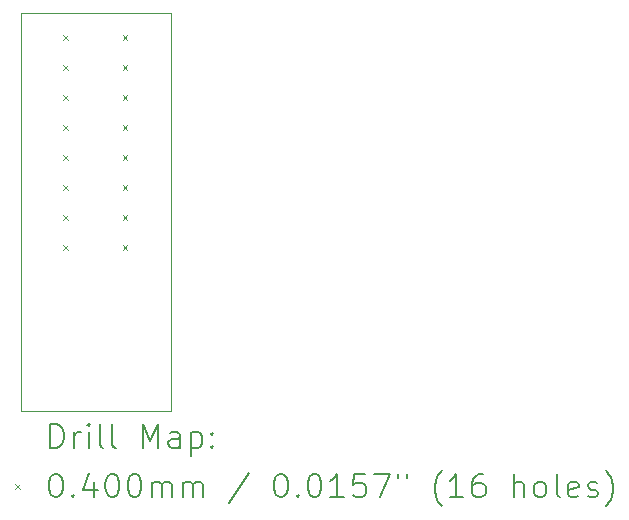
<source format=gbr>
%TF.GenerationSoftware,KiCad,Pcbnew,(6.0.11)*%
%TF.CreationDate,2024-01-05T01:14:36+00:00*%
%TF.ProjectId,EcoIDSwitch,45636f49-4453-4776-9974-63682e6b6963,rev?*%
%TF.SameCoordinates,Original*%
%TF.FileFunction,Drillmap*%
%TF.FilePolarity,Positive*%
%FSLAX45Y45*%
G04 Gerber Fmt 4.5, Leading zero omitted, Abs format (unit mm)*
G04 Created by KiCad (PCBNEW (6.0.11)) date 2024-01-05 01:14:36*
%MOMM*%
%LPD*%
G01*
G04 APERTURE LIST*
%ADD10C,0.100000*%
%ADD11C,0.200000*%
%ADD12C,0.040000*%
G04 APERTURE END LIST*
D10*
X16810000Y-6810000D02*
X15540000Y-6810000D01*
X15540000Y-6810000D02*
X15540000Y-10180000D01*
X16810000Y-10180000D02*
X16810000Y-6810000D01*
X15540000Y-10180000D02*
X16810000Y-10180000D01*
D11*
D12*
X15900500Y-6998500D02*
X15940500Y-7038500D01*
X15940500Y-6998500D02*
X15900500Y-7038500D01*
X15900500Y-7252500D02*
X15940500Y-7292500D01*
X15940500Y-7252500D02*
X15900500Y-7292500D01*
X15900500Y-7506500D02*
X15940500Y-7546500D01*
X15940500Y-7506500D02*
X15900500Y-7546500D01*
X15900500Y-7760500D02*
X15940500Y-7800500D01*
X15940500Y-7760500D02*
X15900500Y-7800500D01*
X15900500Y-8014500D02*
X15940500Y-8054500D01*
X15940500Y-8014500D02*
X15900500Y-8054500D01*
X15900500Y-8268500D02*
X15940500Y-8308500D01*
X15940500Y-8268500D02*
X15900500Y-8308500D01*
X15900500Y-8522500D02*
X15940500Y-8562500D01*
X15940500Y-8522500D02*
X15900500Y-8562500D01*
X15900500Y-8776500D02*
X15940500Y-8816500D01*
X15940500Y-8776500D02*
X15900500Y-8816500D01*
X16404500Y-6998500D02*
X16444500Y-7038500D01*
X16444500Y-6998500D02*
X16404500Y-7038500D01*
X16404500Y-7252500D02*
X16444500Y-7292500D01*
X16444500Y-7252500D02*
X16404500Y-7292500D01*
X16404500Y-7506500D02*
X16444500Y-7546500D01*
X16444500Y-7506500D02*
X16404500Y-7546500D01*
X16404500Y-7760500D02*
X16444500Y-7800500D01*
X16444500Y-7760500D02*
X16404500Y-7800500D01*
X16404500Y-8014500D02*
X16444500Y-8054500D01*
X16444500Y-8014500D02*
X16404500Y-8054500D01*
X16404500Y-8268500D02*
X16444500Y-8308500D01*
X16444500Y-8268500D02*
X16404500Y-8308500D01*
X16404500Y-8522500D02*
X16444500Y-8562500D01*
X16444500Y-8522500D02*
X16404500Y-8562500D01*
X16404500Y-8776500D02*
X16444500Y-8816500D01*
X16444500Y-8776500D02*
X16404500Y-8816500D01*
D11*
X15792619Y-10495476D02*
X15792619Y-10295476D01*
X15840238Y-10295476D01*
X15868809Y-10305000D01*
X15887857Y-10324048D01*
X15897381Y-10343095D01*
X15906905Y-10381190D01*
X15906905Y-10409762D01*
X15897381Y-10447857D01*
X15887857Y-10466905D01*
X15868809Y-10485952D01*
X15840238Y-10495476D01*
X15792619Y-10495476D01*
X15992619Y-10495476D02*
X15992619Y-10362143D01*
X15992619Y-10400238D02*
X16002143Y-10381190D01*
X16011667Y-10371667D01*
X16030714Y-10362143D01*
X16049762Y-10362143D01*
X16116428Y-10495476D02*
X16116428Y-10362143D01*
X16116428Y-10295476D02*
X16106905Y-10305000D01*
X16116428Y-10314524D01*
X16125952Y-10305000D01*
X16116428Y-10295476D01*
X16116428Y-10314524D01*
X16240238Y-10495476D02*
X16221190Y-10485952D01*
X16211667Y-10466905D01*
X16211667Y-10295476D01*
X16345000Y-10495476D02*
X16325952Y-10485952D01*
X16316428Y-10466905D01*
X16316428Y-10295476D01*
X16573571Y-10495476D02*
X16573571Y-10295476D01*
X16640238Y-10438333D01*
X16706905Y-10295476D01*
X16706905Y-10495476D01*
X16887857Y-10495476D02*
X16887857Y-10390714D01*
X16878333Y-10371667D01*
X16859286Y-10362143D01*
X16821190Y-10362143D01*
X16802143Y-10371667D01*
X16887857Y-10485952D02*
X16868810Y-10495476D01*
X16821190Y-10495476D01*
X16802143Y-10485952D01*
X16792619Y-10466905D01*
X16792619Y-10447857D01*
X16802143Y-10428810D01*
X16821190Y-10419286D01*
X16868810Y-10419286D01*
X16887857Y-10409762D01*
X16983095Y-10362143D02*
X16983095Y-10562143D01*
X16983095Y-10371667D02*
X17002143Y-10362143D01*
X17040238Y-10362143D01*
X17059286Y-10371667D01*
X17068810Y-10381190D01*
X17078333Y-10400238D01*
X17078333Y-10457381D01*
X17068810Y-10476429D01*
X17059286Y-10485952D01*
X17040238Y-10495476D01*
X17002143Y-10495476D01*
X16983095Y-10485952D01*
X17164048Y-10476429D02*
X17173571Y-10485952D01*
X17164048Y-10495476D01*
X17154524Y-10485952D01*
X17164048Y-10476429D01*
X17164048Y-10495476D01*
X17164048Y-10371667D02*
X17173571Y-10381190D01*
X17164048Y-10390714D01*
X17154524Y-10381190D01*
X17164048Y-10371667D01*
X17164048Y-10390714D01*
D12*
X15495000Y-10805000D02*
X15535000Y-10845000D01*
X15535000Y-10805000D02*
X15495000Y-10845000D01*
D11*
X15830714Y-10715476D02*
X15849762Y-10715476D01*
X15868809Y-10725000D01*
X15878333Y-10734524D01*
X15887857Y-10753571D01*
X15897381Y-10791667D01*
X15897381Y-10839286D01*
X15887857Y-10877381D01*
X15878333Y-10896429D01*
X15868809Y-10905952D01*
X15849762Y-10915476D01*
X15830714Y-10915476D01*
X15811667Y-10905952D01*
X15802143Y-10896429D01*
X15792619Y-10877381D01*
X15783095Y-10839286D01*
X15783095Y-10791667D01*
X15792619Y-10753571D01*
X15802143Y-10734524D01*
X15811667Y-10725000D01*
X15830714Y-10715476D01*
X15983095Y-10896429D02*
X15992619Y-10905952D01*
X15983095Y-10915476D01*
X15973571Y-10905952D01*
X15983095Y-10896429D01*
X15983095Y-10915476D01*
X16164048Y-10782143D02*
X16164048Y-10915476D01*
X16116428Y-10705952D02*
X16068809Y-10848810D01*
X16192619Y-10848810D01*
X16306905Y-10715476D02*
X16325952Y-10715476D01*
X16345000Y-10725000D01*
X16354524Y-10734524D01*
X16364048Y-10753571D01*
X16373571Y-10791667D01*
X16373571Y-10839286D01*
X16364048Y-10877381D01*
X16354524Y-10896429D01*
X16345000Y-10905952D01*
X16325952Y-10915476D01*
X16306905Y-10915476D01*
X16287857Y-10905952D01*
X16278333Y-10896429D01*
X16268809Y-10877381D01*
X16259286Y-10839286D01*
X16259286Y-10791667D01*
X16268809Y-10753571D01*
X16278333Y-10734524D01*
X16287857Y-10725000D01*
X16306905Y-10715476D01*
X16497381Y-10715476D02*
X16516428Y-10715476D01*
X16535476Y-10725000D01*
X16545000Y-10734524D01*
X16554524Y-10753571D01*
X16564048Y-10791667D01*
X16564048Y-10839286D01*
X16554524Y-10877381D01*
X16545000Y-10896429D01*
X16535476Y-10905952D01*
X16516428Y-10915476D01*
X16497381Y-10915476D01*
X16478333Y-10905952D01*
X16468809Y-10896429D01*
X16459286Y-10877381D01*
X16449762Y-10839286D01*
X16449762Y-10791667D01*
X16459286Y-10753571D01*
X16468809Y-10734524D01*
X16478333Y-10725000D01*
X16497381Y-10715476D01*
X16649762Y-10915476D02*
X16649762Y-10782143D01*
X16649762Y-10801190D02*
X16659286Y-10791667D01*
X16678333Y-10782143D01*
X16706905Y-10782143D01*
X16725952Y-10791667D01*
X16735476Y-10810714D01*
X16735476Y-10915476D01*
X16735476Y-10810714D02*
X16745000Y-10791667D01*
X16764048Y-10782143D01*
X16792619Y-10782143D01*
X16811667Y-10791667D01*
X16821190Y-10810714D01*
X16821190Y-10915476D01*
X16916429Y-10915476D02*
X16916429Y-10782143D01*
X16916429Y-10801190D02*
X16925952Y-10791667D01*
X16945000Y-10782143D01*
X16973571Y-10782143D01*
X16992619Y-10791667D01*
X17002143Y-10810714D01*
X17002143Y-10915476D01*
X17002143Y-10810714D02*
X17011667Y-10791667D01*
X17030714Y-10782143D01*
X17059286Y-10782143D01*
X17078333Y-10791667D01*
X17087857Y-10810714D01*
X17087857Y-10915476D01*
X17478333Y-10705952D02*
X17306905Y-10963095D01*
X17735476Y-10715476D02*
X17754524Y-10715476D01*
X17773571Y-10725000D01*
X17783095Y-10734524D01*
X17792619Y-10753571D01*
X17802143Y-10791667D01*
X17802143Y-10839286D01*
X17792619Y-10877381D01*
X17783095Y-10896429D01*
X17773571Y-10905952D01*
X17754524Y-10915476D01*
X17735476Y-10915476D01*
X17716429Y-10905952D01*
X17706905Y-10896429D01*
X17697381Y-10877381D01*
X17687857Y-10839286D01*
X17687857Y-10791667D01*
X17697381Y-10753571D01*
X17706905Y-10734524D01*
X17716429Y-10725000D01*
X17735476Y-10715476D01*
X17887857Y-10896429D02*
X17897381Y-10905952D01*
X17887857Y-10915476D01*
X17878333Y-10905952D01*
X17887857Y-10896429D01*
X17887857Y-10915476D01*
X18021190Y-10715476D02*
X18040238Y-10715476D01*
X18059286Y-10725000D01*
X18068810Y-10734524D01*
X18078333Y-10753571D01*
X18087857Y-10791667D01*
X18087857Y-10839286D01*
X18078333Y-10877381D01*
X18068810Y-10896429D01*
X18059286Y-10905952D01*
X18040238Y-10915476D01*
X18021190Y-10915476D01*
X18002143Y-10905952D01*
X17992619Y-10896429D01*
X17983095Y-10877381D01*
X17973571Y-10839286D01*
X17973571Y-10791667D01*
X17983095Y-10753571D01*
X17992619Y-10734524D01*
X18002143Y-10725000D01*
X18021190Y-10715476D01*
X18278333Y-10915476D02*
X18164048Y-10915476D01*
X18221190Y-10915476D02*
X18221190Y-10715476D01*
X18202143Y-10744048D01*
X18183095Y-10763095D01*
X18164048Y-10772619D01*
X18459286Y-10715476D02*
X18364048Y-10715476D01*
X18354524Y-10810714D01*
X18364048Y-10801190D01*
X18383095Y-10791667D01*
X18430714Y-10791667D01*
X18449762Y-10801190D01*
X18459286Y-10810714D01*
X18468810Y-10829762D01*
X18468810Y-10877381D01*
X18459286Y-10896429D01*
X18449762Y-10905952D01*
X18430714Y-10915476D01*
X18383095Y-10915476D01*
X18364048Y-10905952D01*
X18354524Y-10896429D01*
X18535476Y-10715476D02*
X18668810Y-10715476D01*
X18583095Y-10915476D01*
X18735476Y-10715476D02*
X18735476Y-10753571D01*
X18811667Y-10715476D02*
X18811667Y-10753571D01*
X19106905Y-10991667D02*
X19097381Y-10982143D01*
X19078333Y-10953571D01*
X19068810Y-10934524D01*
X19059286Y-10905952D01*
X19049762Y-10858333D01*
X19049762Y-10820238D01*
X19059286Y-10772619D01*
X19068810Y-10744048D01*
X19078333Y-10725000D01*
X19097381Y-10696429D01*
X19106905Y-10686905D01*
X19287857Y-10915476D02*
X19173571Y-10915476D01*
X19230714Y-10915476D02*
X19230714Y-10715476D01*
X19211667Y-10744048D01*
X19192619Y-10763095D01*
X19173571Y-10772619D01*
X19459286Y-10715476D02*
X19421190Y-10715476D01*
X19402143Y-10725000D01*
X19392619Y-10734524D01*
X19373571Y-10763095D01*
X19364048Y-10801190D01*
X19364048Y-10877381D01*
X19373571Y-10896429D01*
X19383095Y-10905952D01*
X19402143Y-10915476D01*
X19440238Y-10915476D01*
X19459286Y-10905952D01*
X19468810Y-10896429D01*
X19478333Y-10877381D01*
X19478333Y-10829762D01*
X19468810Y-10810714D01*
X19459286Y-10801190D01*
X19440238Y-10791667D01*
X19402143Y-10791667D01*
X19383095Y-10801190D01*
X19373571Y-10810714D01*
X19364048Y-10829762D01*
X19716429Y-10915476D02*
X19716429Y-10715476D01*
X19802143Y-10915476D02*
X19802143Y-10810714D01*
X19792619Y-10791667D01*
X19773571Y-10782143D01*
X19745000Y-10782143D01*
X19725952Y-10791667D01*
X19716429Y-10801190D01*
X19925952Y-10915476D02*
X19906905Y-10905952D01*
X19897381Y-10896429D01*
X19887857Y-10877381D01*
X19887857Y-10820238D01*
X19897381Y-10801190D01*
X19906905Y-10791667D01*
X19925952Y-10782143D01*
X19954524Y-10782143D01*
X19973571Y-10791667D01*
X19983095Y-10801190D01*
X19992619Y-10820238D01*
X19992619Y-10877381D01*
X19983095Y-10896429D01*
X19973571Y-10905952D01*
X19954524Y-10915476D01*
X19925952Y-10915476D01*
X20106905Y-10915476D02*
X20087857Y-10905952D01*
X20078333Y-10886905D01*
X20078333Y-10715476D01*
X20259286Y-10905952D02*
X20240238Y-10915476D01*
X20202143Y-10915476D01*
X20183095Y-10905952D01*
X20173571Y-10886905D01*
X20173571Y-10810714D01*
X20183095Y-10791667D01*
X20202143Y-10782143D01*
X20240238Y-10782143D01*
X20259286Y-10791667D01*
X20268810Y-10810714D01*
X20268810Y-10829762D01*
X20173571Y-10848810D01*
X20345000Y-10905952D02*
X20364048Y-10915476D01*
X20402143Y-10915476D01*
X20421190Y-10905952D01*
X20430714Y-10886905D01*
X20430714Y-10877381D01*
X20421190Y-10858333D01*
X20402143Y-10848810D01*
X20373571Y-10848810D01*
X20354524Y-10839286D01*
X20345000Y-10820238D01*
X20345000Y-10810714D01*
X20354524Y-10791667D01*
X20373571Y-10782143D01*
X20402143Y-10782143D01*
X20421190Y-10791667D01*
X20497381Y-10991667D02*
X20506905Y-10982143D01*
X20525952Y-10953571D01*
X20535476Y-10934524D01*
X20545000Y-10905952D01*
X20554524Y-10858333D01*
X20554524Y-10820238D01*
X20545000Y-10772619D01*
X20535476Y-10744048D01*
X20525952Y-10725000D01*
X20506905Y-10696429D01*
X20497381Y-10686905D01*
M02*

</source>
